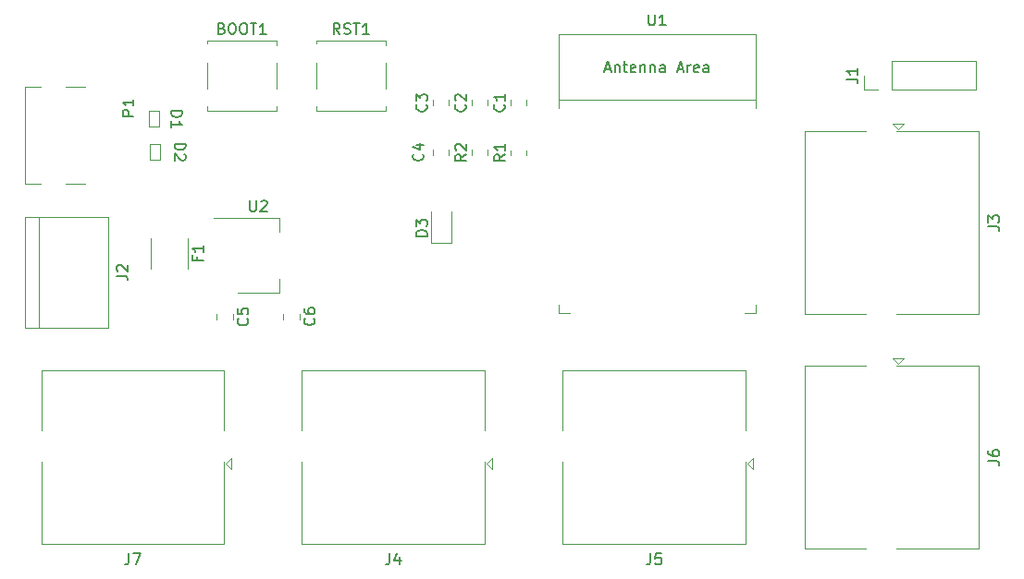
<source format=gbr>
%TF.GenerationSoftware,KiCad,Pcbnew,6.0.9+dfsg-1~bpo11+1*%
%TF.CreationDate,2022-12-30T22:29:48-06:00*%
%TF.ProjectId,Modular,4d6f6475-6c61-4722-9e6b-696361645f70,rev?*%
%TF.SameCoordinates,Original*%
%TF.FileFunction,Legend,Top*%
%TF.FilePolarity,Positive*%
%FSLAX46Y46*%
G04 Gerber Fmt 4.6, Leading zero omitted, Abs format (unit mm)*
G04 Created by KiCad (PCBNEW 6.0.9+dfsg-1~bpo11+1) date 2022-12-30 22:29:48*
%MOMM*%
%LPD*%
G01*
G04 APERTURE LIST*
%ADD10C,0.150000*%
%ADD11C,0.120000*%
G04 APERTURE END LIST*
D10*
%TO.C,RST1*%
X110976190Y-106212380D02*
X110642857Y-105736190D01*
X110404761Y-106212380D02*
X110404761Y-105212380D01*
X110785714Y-105212380D01*
X110880952Y-105260000D01*
X110928571Y-105307619D01*
X110976190Y-105402857D01*
X110976190Y-105545714D01*
X110928571Y-105640952D01*
X110880952Y-105688571D01*
X110785714Y-105736190D01*
X110404761Y-105736190D01*
X111357142Y-106164761D02*
X111500000Y-106212380D01*
X111738095Y-106212380D01*
X111833333Y-106164761D01*
X111880952Y-106117142D01*
X111928571Y-106021904D01*
X111928571Y-105926666D01*
X111880952Y-105831428D01*
X111833333Y-105783809D01*
X111738095Y-105736190D01*
X111547619Y-105688571D01*
X111452380Y-105640952D01*
X111404761Y-105593333D01*
X111357142Y-105498095D01*
X111357142Y-105402857D01*
X111404761Y-105307619D01*
X111452380Y-105260000D01*
X111547619Y-105212380D01*
X111785714Y-105212380D01*
X111928571Y-105260000D01*
X112214285Y-105212380D02*
X112785714Y-105212380D01*
X112500000Y-106212380D02*
X112500000Y-105212380D01*
X113642857Y-106212380D02*
X113071428Y-106212380D01*
X113357142Y-106212380D02*
X113357142Y-105212380D01*
X113261904Y-105355238D01*
X113166666Y-105450476D01*
X113071428Y-105498095D01*
%TO.C,U1*%
X139238095Y-104402380D02*
X139238095Y-105211904D01*
X139285714Y-105307142D01*
X139333333Y-105354761D01*
X139428571Y-105402380D01*
X139619047Y-105402380D01*
X139714285Y-105354761D01*
X139761904Y-105307142D01*
X139809523Y-105211904D01*
X139809523Y-104402380D01*
X140809523Y-105402380D02*
X140238095Y-105402380D01*
X140523809Y-105402380D02*
X140523809Y-104402380D01*
X140428571Y-104545238D01*
X140333333Y-104640476D01*
X140238095Y-104688095D01*
X135238095Y-109416666D02*
X135714285Y-109416666D01*
X135142857Y-109702380D02*
X135476190Y-108702380D01*
X135809523Y-109702380D01*
X136142857Y-109035714D02*
X136142857Y-109702380D01*
X136142857Y-109130952D02*
X136190476Y-109083333D01*
X136285714Y-109035714D01*
X136428571Y-109035714D01*
X136523809Y-109083333D01*
X136571428Y-109178571D01*
X136571428Y-109702380D01*
X136904761Y-109035714D02*
X137285714Y-109035714D01*
X137047619Y-108702380D02*
X137047619Y-109559523D01*
X137095238Y-109654761D01*
X137190476Y-109702380D01*
X137285714Y-109702380D01*
X138000000Y-109654761D02*
X137904761Y-109702380D01*
X137714285Y-109702380D01*
X137619047Y-109654761D01*
X137571428Y-109559523D01*
X137571428Y-109178571D01*
X137619047Y-109083333D01*
X137714285Y-109035714D01*
X137904761Y-109035714D01*
X138000000Y-109083333D01*
X138047619Y-109178571D01*
X138047619Y-109273809D01*
X137571428Y-109369047D01*
X138476190Y-109035714D02*
X138476190Y-109702380D01*
X138476190Y-109130952D02*
X138523809Y-109083333D01*
X138619047Y-109035714D01*
X138761904Y-109035714D01*
X138857142Y-109083333D01*
X138904761Y-109178571D01*
X138904761Y-109702380D01*
X139380952Y-109035714D02*
X139380952Y-109702380D01*
X139380952Y-109130952D02*
X139428571Y-109083333D01*
X139523809Y-109035714D01*
X139666666Y-109035714D01*
X139761904Y-109083333D01*
X139809523Y-109178571D01*
X139809523Y-109702380D01*
X140714285Y-109702380D02*
X140714285Y-109178571D01*
X140666666Y-109083333D01*
X140571428Y-109035714D01*
X140380952Y-109035714D01*
X140285714Y-109083333D01*
X140714285Y-109654761D02*
X140619047Y-109702380D01*
X140380952Y-109702380D01*
X140285714Y-109654761D01*
X140238095Y-109559523D01*
X140238095Y-109464285D01*
X140285714Y-109369047D01*
X140380952Y-109321428D01*
X140619047Y-109321428D01*
X140714285Y-109273809D01*
X141904761Y-109416666D02*
X142380952Y-109416666D01*
X141809523Y-109702380D02*
X142142857Y-108702380D01*
X142476190Y-109702380D01*
X142809523Y-109702380D02*
X142809523Y-109035714D01*
X142809523Y-109226190D02*
X142857142Y-109130952D01*
X142904761Y-109083333D01*
X143000000Y-109035714D01*
X143095238Y-109035714D01*
X143809523Y-109654761D02*
X143714285Y-109702380D01*
X143523809Y-109702380D01*
X143428571Y-109654761D01*
X143380952Y-109559523D01*
X143380952Y-109178571D01*
X143428571Y-109083333D01*
X143523809Y-109035714D01*
X143714285Y-109035714D01*
X143809523Y-109083333D01*
X143857142Y-109178571D01*
X143857142Y-109273809D01*
X143380952Y-109369047D01*
X144714285Y-109702380D02*
X144714285Y-109178571D01*
X144666666Y-109083333D01*
X144571428Y-109035714D01*
X144380952Y-109035714D01*
X144285714Y-109083333D01*
X144714285Y-109654761D02*
X144619047Y-109702380D01*
X144380952Y-109702380D01*
X144285714Y-109654761D01*
X144238095Y-109559523D01*
X144238095Y-109464285D01*
X144285714Y-109369047D01*
X144380952Y-109321428D01*
X144619047Y-109321428D01*
X144714285Y-109273809D01*
%TO.C,U2*%
X102738095Y-121452380D02*
X102738095Y-122261904D01*
X102785714Y-122357142D01*
X102833333Y-122404761D01*
X102928571Y-122452380D01*
X103119047Y-122452380D01*
X103214285Y-122404761D01*
X103261904Y-122357142D01*
X103309523Y-122261904D01*
X103309523Y-121452380D01*
X103738095Y-121547619D02*
X103785714Y-121500000D01*
X103880952Y-121452380D01*
X104119047Y-121452380D01*
X104214285Y-121500000D01*
X104261904Y-121547619D01*
X104309523Y-121642857D01*
X104309523Y-121738095D01*
X104261904Y-121880952D01*
X103690476Y-122452380D01*
X104309523Y-122452380D01*
%TO.C,R1*%
X126102380Y-117246666D02*
X125626190Y-117580000D01*
X126102380Y-117818095D02*
X125102380Y-117818095D01*
X125102380Y-117437142D01*
X125150000Y-117341904D01*
X125197619Y-117294285D01*
X125292857Y-117246666D01*
X125435714Y-117246666D01*
X125530952Y-117294285D01*
X125578571Y-117341904D01*
X125626190Y-117437142D01*
X125626190Y-117818095D01*
X126102380Y-116294285D02*
X126102380Y-116865714D01*
X126102380Y-116580000D02*
X125102380Y-116580000D01*
X125245238Y-116675238D01*
X125340476Y-116770476D01*
X125388095Y-116865714D01*
%TO.C,BOOT1*%
X100166666Y-105688571D02*
X100309523Y-105736190D01*
X100357142Y-105783809D01*
X100404761Y-105879047D01*
X100404761Y-106021904D01*
X100357142Y-106117142D01*
X100309523Y-106164761D01*
X100214285Y-106212380D01*
X99833333Y-106212380D01*
X99833333Y-105212380D01*
X100166666Y-105212380D01*
X100261904Y-105260000D01*
X100309523Y-105307619D01*
X100357142Y-105402857D01*
X100357142Y-105498095D01*
X100309523Y-105593333D01*
X100261904Y-105640952D01*
X100166666Y-105688571D01*
X99833333Y-105688571D01*
X101023809Y-105212380D02*
X101214285Y-105212380D01*
X101309523Y-105260000D01*
X101404761Y-105355238D01*
X101452380Y-105545714D01*
X101452380Y-105879047D01*
X101404761Y-106069523D01*
X101309523Y-106164761D01*
X101214285Y-106212380D01*
X101023809Y-106212380D01*
X100928571Y-106164761D01*
X100833333Y-106069523D01*
X100785714Y-105879047D01*
X100785714Y-105545714D01*
X100833333Y-105355238D01*
X100928571Y-105260000D01*
X101023809Y-105212380D01*
X102071428Y-105212380D02*
X102261904Y-105212380D01*
X102357142Y-105260000D01*
X102452380Y-105355238D01*
X102500000Y-105545714D01*
X102500000Y-105879047D01*
X102452380Y-106069523D01*
X102357142Y-106164761D01*
X102261904Y-106212380D01*
X102071428Y-106212380D01*
X101976190Y-106164761D01*
X101880952Y-106069523D01*
X101833333Y-105879047D01*
X101833333Y-105545714D01*
X101880952Y-105355238D01*
X101976190Y-105260000D01*
X102071428Y-105212380D01*
X102785714Y-105212380D02*
X103357142Y-105212380D01*
X103071428Y-106212380D02*
X103071428Y-105212380D01*
X104214285Y-106212380D02*
X103642857Y-106212380D01*
X103928571Y-106212380D02*
X103928571Y-105212380D01*
X103833333Y-105355238D01*
X103738095Y-105450476D01*
X103642857Y-105498095D01*
%TO.C,J5*%
X139416666Y-153827380D02*
X139416666Y-154541666D01*
X139369047Y-154684523D01*
X139273809Y-154779761D01*
X139130952Y-154827380D01*
X139035714Y-154827380D01*
X140369047Y-153827380D02*
X139892857Y-153827380D01*
X139845238Y-154303571D01*
X139892857Y-154255952D01*
X139988095Y-154208333D01*
X140226190Y-154208333D01*
X140321428Y-154255952D01*
X140369047Y-154303571D01*
X140416666Y-154398809D01*
X140416666Y-154636904D01*
X140369047Y-154732142D01*
X140321428Y-154779761D01*
X140226190Y-154827380D01*
X139988095Y-154827380D01*
X139892857Y-154779761D01*
X139845238Y-154732142D01*
%TO.C,P1*%
X92086380Y-113708095D02*
X91086380Y-113708095D01*
X91086380Y-113327142D01*
X91134000Y-113231904D01*
X91181619Y-113184285D01*
X91276857Y-113136666D01*
X91419714Y-113136666D01*
X91514952Y-113184285D01*
X91562571Y-113231904D01*
X91610190Y-113327142D01*
X91610190Y-113708095D01*
X92086380Y-112184285D02*
X92086380Y-112755714D01*
X92086380Y-112470000D02*
X91086380Y-112470000D01*
X91229238Y-112565238D01*
X91324476Y-112660476D01*
X91372095Y-112755714D01*
%TO.C,D2*%
X95847619Y-116261904D02*
X96847619Y-116261904D01*
X96847619Y-116500000D01*
X96800000Y-116642857D01*
X96704761Y-116738095D01*
X96609523Y-116785714D01*
X96419047Y-116833333D01*
X96276190Y-116833333D01*
X96085714Y-116785714D01*
X95990476Y-116738095D01*
X95895238Y-116642857D01*
X95847619Y-116500000D01*
X95847619Y-116261904D01*
X96752380Y-117214285D02*
X96800000Y-117261904D01*
X96847619Y-117357142D01*
X96847619Y-117595238D01*
X96800000Y-117690476D01*
X96752380Y-117738095D01*
X96657142Y-117785714D01*
X96561904Y-117785714D01*
X96419047Y-117738095D01*
X95847619Y-117166666D01*
X95847619Y-117785714D01*
%TO.C,F1*%
X97928571Y-126633333D02*
X97928571Y-126966666D01*
X98452380Y-126966666D02*
X97452380Y-126966666D01*
X97452380Y-126490476D01*
X98452380Y-125585714D02*
X98452380Y-126157142D01*
X98452380Y-125871428D02*
X97452380Y-125871428D01*
X97595238Y-125966666D01*
X97690476Y-126061904D01*
X97738095Y-126157142D01*
%TO.C,J6*%
X170327380Y-145333333D02*
X171041666Y-145333333D01*
X171184523Y-145380952D01*
X171279761Y-145476190D01*
X171327380Y-145619047D01*
X171327380Y-145714285D01*
X170327380Y-144428571D02*
X170327380Y-144619047D01*
X170375000Y-144714285D01*
X170422619Y-144761904D01*
X170565476Y-144857142D01*
X170755952Y-144904761D01*
X171136904Y-144904761D01*
X171232142Y-144857142D01*
X171279761Y-144809523D01*
X171327380Y-144714285D01*
X171327380Y-144523809D01*
X171279761Y-144428571D01*
X171232142Y-144380952D01*
X171136904Y-144333333D01*
X170898809Y-144333333D01*
X170803571Y-144380952D01*
X170755952Y-144428571D01*
X170708333Y-144523809D01*
X170708333Y-144714285D01*
X170755952Y-144809523D01*
X170803571Y-144857142D01*
X170898809Y-144904761D01*
%TO.C,J2*%
X90532380Y-128373333D02*
X91246666Y-128373333D01*
X91389523Y-128420952D01*
X91484761Y-128516190D01*
X91532380Y-128659047D01*
X91532380Y-128754285D01*
X90627619Y-127944761D02*
X90580000Y-127897142D01*
X90532380Y-127801904D01*
X90532380Y-127563809D01*
X90580000Y-127468571D01*
X90627619Y-127420952D01*
X90722857Y-127373333D01*
X90818095Y-127373333D01*
X90960952Y-127420952D01*
X91532380Y-127992380D01*
X91532380Y-127373333D01*
%TO.C,C3*%
X118865142Y-112666666D02*
X118912761Y-112714285D01*
X118960380Y-112857142D01*
X118960380Y-112952380D01*
X118912761Y-113095238D01*
X118817523Y-113190476D01*
X118722285Y-113238095D01*
X118531809Y-113285714D01*
X118388952Y-113285714D01*
X118198476Y-113238095D01*
X118103238Y-113190476D01*
X118008000Y-113095238D01*
X117960380Y-112952380D01*
X117960380Y-112857142D01*
X118008000Y-112714285D01*
X118055619Y-112666666D01*
X117960380Y-112333333D02*
X117960380Y-111714285D01*
X118341333Y-112047619D01*
X118341333Y-111904761D01*
X118388952Y-111809523D01*
X118436571Y-111761904D01*
X118531809Y-111714285D01*
X118769904Y-111714285D01*
X118865142Y-111761904D01*
X118912761Y-111809523D01*
X118960380Y-111904761D01*
X118960380Y-112190476D01*
X118912761Y-112285714D01*
X118865142Y-112333333D01*
%TO.C,C6*%
X108585142Y-132254666D02*
X108632761Y-132302285D01*
X108680380Y-132445142D01*
X108680380Y-132540380D01*
X108632761Y-132683238D01*
X108537523Y-132778476D01*
X108442285Y-132826095D01*
X108251809Y-132873714D01*
X108108952Y-132873714D01*
X107918476Y-132826095D01*
X107823238Y-132778476D01*
X107728000Y-132683238D01*
X107680380Y-132540380D01*
X107680380Y-132445142D01*
X107728000Y-132302285D01*
X107775619Y-132254666D01*
X107680380Y-131397523D02*
X107680380Y-131588000D01*
X107728000Y-131683238D01*
X107775619Y-131730857D01*
X107918476Y-131826095D01*
X108108952Y-131873714D01*
X108489904Y-131873714D01*
X108585142Y-131826095D01*
X108632761Y-131778476D01*
X108680380Y-131683238D01*
X108680380Y-131492761D01*
X108632761Y-131397523D01*
X108585142Y-131349904D01*
X108489904Y-131302285D01*
X108251809Y-131302285D01*
X108156571Y-131349904D01*
X108108952Y-131397523D01*
X108061333Y-131492761D01*
X108061333Y-131683238D01*
X108108952Y-131778476D01*
X108156571Y-131826095D01*
X108251809Y-131873714D01*
%TO.C,C5*%
X102489142Y-132276166D02*
X102536761Y-132323785D01*
X102584380Y-132466642D01*
X102584380Y-132561880D01*
X102536761Y-132704738D01*
X102441523Y-132799976D01*
X102346285Y-132847595D01*
X102155809Y-132895214D01*
X102012952Y-132895214D01*
X101822476Y-132847595D01*
X101727238Y-132799976D01*
X101632000Y-132704738D01*
X101584380Y-132561880D01*
X101584380Y-132466642D01*
X101632000Y-132323785D01*
X101679619Y-132276166D01*
X101584380Y-131371404D02*
X101584380Y-131847595D01*
X102060571Y-131895214D01*
X102012952Y-131847595D01*
X101965333Y-131752357D01*
X101965333Y-131514261D01*
X102012952Y-131419023D01*
X102060571Y-131371404D01*
X102155809Y-131323785D01*
X102393904Y-131323785D01*
X102489142Y-131371404D01*
X102536761Y-131419023D01*
X102584380Y-131514261D01*
X102584380Y-131752357D01*
X102536761Y-131847595D01*
X102489142Y-131895214D01*
%TO.C,J4*%
X115541666Y-153827380D02*
X115541666Y-154541666D01*
X115494047Y-154684523D01*
X115398809Y-154779761D01*
X115255952Y-154827380D01*
X115160714Y-154827380D01*
X116446428Y-154160714D02*
X116446428Y-154827380D01*
X116208333Y-153779761D02*
X115970238Y-154494047D01*
X116589285Y-154494047D01*
%TO.C,J7*%
X91666666Y-153827380D02*
X91666666Y-154541666D01*
X91619047Y-154684523D01*
X91523809Y-154779761D01*
X91380952Y-154827380D01*
X91285714Y-154827380D01*
X92047619Y-153827380D02*
X92714285Y-153827380D01*
X92285714Y-154827380D01*
%TO.C,D3*%
X118952380Y-124738095D02*
X117952380Y-124738095D01*
X117952380Y-124500000D01*
X118000000Y-124357142D01*
X118095238Y-124261904D01*
X118190476Y-124214285D01*
X118380952Y-124166666D01*
X118523809Y-124166666D01*
X118714285Y-124214285D01*
X118809523Y-124261904D01*
X118904761Y-124357142D01*
X118952380Y-124500000D01*
X118952380Y-124738095D01*
X117952380Y-123833333D02*
X117952380Y-123214285D01*
X118333333Y-123547619D01*
X118333333Y-123404761D01*
X118380952Y-123309523D01*
X118428571Y-123261904D01*
X118523809Y-123214285D01*
X118761904Y-123214285D01*
X118857142Y-123261904D01*
X118904761Y-123309523D01*
X118952380Y-123404761D01*
X118952380Y-123690476D01*
X118904761Y-123785714D01*
X118857142Y-123833333D01*
%TO.C,C4*%
X118541142Y-117190666D02*
X118588761Y-117238285D01*
X118636380Y-117381142D01*
X118636380Y-117476380D01*
X118588761Y-117619238D01*
X118493523Y-117714476D01*
X118398285Y-117762095D01*
X118207809Y-117809714D01*
X118064952Y-117809714D01*
X117874476Y-117762095D01*
X117779238Y-117714476D01*
X117684000Y-117619238D01*
X117636380Y-117476380D01*
X117636380Y-117381142D01*
X117684000Y-117238285D01*
X117731619Y-117190666D01*
X117969714Y-116333523D02*
X118636380Y-116333523D01*
X117588761Y-116571619D02*
X118303047Y-116809714D01*
X118303047Y-116190666D01*
%TO.C,D1*%
X95547619Y-113261904D02*
X96547619Y-113261904D01*
X96547619Y-113500000D01*
X96500000Y-113642857D01*
X96404761Y-113738095D01*
X96309523Y-113785714D01*
X96119047Y-113833333D01*
X95976190Y-113833333D01*
X95785714Y-113785714D01*
X95690476Y-113738095D01*
X95595238Y-113642857D01*
X95547619Y-113500000D01*
X95547619Y-113261904D01*
X95547619Y-114785714D02*
X95547619Y-114214285D01*
X95547619Y-114500000D02*
X96547619Y-114500000D01*
X96404761Y-114404761D01*
X96309523Y-114309523D01*
X96261904Y-114214285D01*
%TO.C,C1*%
X125977142Y-112666666D02*
X126024761Y-112714285D01*
X126072380Y-112857142D01*
X126072380Y-112952380D01*
X126024761Y-113095238D01*
X125929523Y-113190476D01*
X125834285Y-113238095D01*
X125643809Y-113285714D01*
X125500952Y-113285714D01*
X125310476Y-113238095D01*
X125215238Y-113190476D01*
X125120000Y-113095238D01*
X125072380Y-112952380D01*
X125072380Y-112857142D01*
X125120000Y-112714285D01*
X125167619Y-112666666D01*
X126072380Y-111714285D02*
X126072380Y-112285714D01*
X126072380Y-112000000D02*
X125072380Y-112000000D01*
X125215238Y-112095238D01*
X125310476Y-112190476D01*
X125358095Y-112285714D01*
%TO.C,C2*%
X122421142Y-112666666D02*
X122468761Y-112714285D01*
X122516380Y-112857142D01*
X122516380Y-112952380D01*
X122468761Y-113095238D01*
X122373523Y-113190476D01*
X122278285Y-113238095D01*
X122087809Y-113285714D01*
X121944952Y-113285714D01*
X121754476Y-113238095D01*
X121659238Y-113190476D01*
X121564000Y-113095238D01*
X121516380Y-112952380D01*
X121516380Y-112857142D01*
X121564000Y-112714285D01*
X121611619Y-112666666D01*
X121611619Y-112285714D02*
X121564000Y-112238095D01*
X121516380Y-112142857D01*
X121516380Y-111904761D01*
X121564000Y-111809523D01*
X121611619Y-111761904D01*
X121706857Y-111714285D01*
X121802095Y-111714285D01*
X121944952Y-111761904D01*
X122516380Y-112333333D01*
X122516380Y-111714285D01*
%TO.C,J1*%
X157372380Y-110333333D02*
X158086666Y-110333333D01*
X158229523Y-110380952D01*
X158324761Y-110476190D01*
X158372380Y-110619047D01*
X158372380Y-110714285D01*
X158372380Y-109333333D02*
X158372380Y-109904761D01*
X158372380Y-109619047D02*
X157372380Y-109619047D01*
X157515238Y-109714285D01*
X157610476Y-109809523D01*
X157658095Y-109904761D01*
%TO.C,J3*%
X170327380Y-123833333D02*
X171041666Y-123833333D01*
X171184523Y-123880952D01*
X171279761Y-123976190D01*
X171327380Y-124119047D01*
X171327380Y-124214285D01*
X170327380Y-123452380D02*
X170327380Y-122833333D01*
X170708333Y-123166666D01*
X170708333Y-123023809D01*
X170755952Y-122928571D01*
X170803571Y-122880952D01*
X170898809Y-122833333D01*
X171136904Y-122833333D01*
X171232142Y-122880952D01*
X171279761Y-122928571D01*
X171327380Y-123023809D01*
X171327380Y-123309523D01*
X171279761Y-123404761D01*
X171232142Y-123452380D01*
%TO.C,R2*%
X122546380Y-117230666D02*
X122070190Y-117564000D01*
X122546380Y-117802095D02*
X121546380Y-117802095D01*
X121546380Y-117421142D01*
X121594000Y-117325904D01*
X121641619Y-117278285D01*
X121736857Y-117230666D01*
X121879714Y-117230666D01*
X121974952Y-117278285D01*
X122022571Y-117325904D01*
X122070190Y-117421142D01*
X122070190Y-117802095D01*
X121641619Y-116849714D02*
X121594000Y-116802095D01*
X121546380Y-116706857D01*
X121546380Y-116468761D01*
X121594000Y-116373523D01*
X121641619Y-116325904D01*
X121736857Y-116278285D01*
X121832095Y-116278285D01*
X121974952Y-116325904D01*
X122546380Y-116897333D01*
X122546380Y-116278285D01*
D11*
%TO.C,RST1*%
X115210000Y-113210000D02*
X115210000Y-112800000D01*
X108790000Y-113210000D02*
X115210000Y-113210000D01*
X115210000Y-107200000D02*
X115210000Y-106790000D01*
X108790000Y-112800000D02*
X108790000Y-113210000D01*
X115210000Y-106790000D02*
X108790000Y-106790000D01*
X108790000Y-106790000D02*
X108790000Y-107070000D01*
X108790000Y-108800000D02*
X108790000Y-111200000D01*
X115210000Y-111200000D02*
X115210000Y-108800000D01*
%TO.C,U1*%
X149000000Y-112190000D02*
X131000000Y-112190000D01*
X131000000Y-106250000D02*
X131000000Y-113000000D01*
X149000000Y-106250000D02*
X149000000Y-113000000D01*
X131000000Y-106250000D02*
X149000000Y-106250000D01*
X149000000Y-131750000D02*
X148000000Y-131750000D01*
X131000000Y-131750000D02*
X132000000Y-131750000D01*
X131000000Y-131000000D02*
X131000000Y-131750000D01*
X149000000Y-131000000D02*
X149000000Y-131750000D01*
%TO.C,U2*%
X105410000Y-123090000D02*
X105410000Y-124350000D01*
X99400000Y-123090000D02*
X105410000Y-123090000D01*
X105410000Y-129910000D02*
X105410000Y-128650000D01*
X101650000Y-129910000D02*
X105410000Y-129910000D01*
%TO.C,R1*%
X126565000Y-117307064D02*
X126565000Y-116852936D01*
X128035000Y-117307064D02*
X128035000Y-116852936D01*
%TO.C,BOOT1*%
X98790000Y-108800000D02*
X98790000Y-111200000D01*
X98790000Y-113210000D02*
X105210000Y-113210000D01*
X105210000Y-106790000D02*
X98790000Y-106790000D01*
X98790000Y-112800000D02*
X98790000Y-113210000D01*
X105210000Y-111200000D02*
X105210000Y-108800000D01*
X105210000Y-113210000D02*
X105210000Y-112800000D01*
X98790000Y-106790000D02*
X98790000Y-107070000D01*
X105210000Y-107200000D02*
X105210000Y-106790000D01*
%TO.C,J5*%
X148115000Y-152985000D02*
X148115000Y-145375000D01*
X148810000Y-145075000D02*
X148810000Y-146075000D01*
X148810000Y-146075000D02*
X148310000Y-145575000D01*
X148310000Y-145575000D02*
X148810000Y-145075000D01*
X148115000Y-152985000D02*
X131385000Y-152985000D01*
X148115000Y-137015000D02*
X131385000Y-137015000D01*
X148115000Y-137015000D02*
X148115000Y-142575000D01*
X131385000Y-137015000D02*
X131385000Y-142575000D01*
X131385000Y-152985000D02*
X131385000Y-145375000D01*
%TO.C,P1*%
X82160000Y-111030000D02*
X83620000Y-111030000D01*
X82160000Y-119970000D02*
X83620000Y-119970000D01*
X87670000Y-119970000D02*
X85870000Y-119970000D01*
X82160000Y-119970000D02*
X82160000Y-111030000D01*
X87670000Y-111030000D02*
X85870000Y-111030000D01*
%TO.C,D2*%
X94500000Y-116300000D02*
X93550000Y-116300000D01*
X93550000Y-116300000D02*
X93550000Y-117750000D01*
X93550000Y-117750000D02*
X94500000Y-117750000D01*
X94500000Y-117750000D02*
X94500000Y-116300000D01*
%TO.C,F1*%
X97060000Y-124913748D02*
X97060000Y-127686252D01*
X93640000Y-124913748D02*
X93640000Y-127686252D01*
%TO.C,J6*%
X169485000Y-153365000D02*
X161875000Y-153365000D01*
X153515000Y-153365000D02*
X159075000Y-153365000D01*
X161575000Y-135940000D02*
X162575000Y-135940000D01*
X153515000Y-136635000D02*
X159075000Y-136635000D01*
X162075000Y-136440000D02*
X161575000Y-135940000D01*
X169485000Y-136635000D02*
X169485000Y-153365000D01*
X162575000Y-135940000D02*
X162075000Y-136440000D01*
X169485000Y-136635000D02*
X161875000Y-136635000D01*
X153515000Y-136635000D02*
X153515000Y-153365000D01*
%TO.C,J2*%
X89810000Y-133120000D02*
X89810000Y-122960000D01*
X82190000Y-133120000D02*
X89810000Y-133120000D01*
X89810000Y-122960000D02*
X82190000Y-122960000D01*
X83460000Y-133120000D02*
X83460000Y-122960000D01*
X82190000Y-122960000D02*
X82190000Y-133120000D01*
%TO.C,C3*%
X119453000Y-112761252D02*
X119453000Y-112238748D01*
X120923000Y-112761252D02*
X120923000Y-112238748D01*
%TO.C,C6*%
X107283000Y-131826748D02*
X107283000Y-132349252D01*
X105813000Y-131826748D02*
X105813000Y-132349252D01*
%TO.C,C5*%
X99717000Y-131848248D02*
X99717000Y-132370752D01*
X101187000Y-131848248D02*
X101187000Y-132370752D01*
%TO.C,J4*%
X124435000Y-145575000D02*
X124935000Y-145075000D01*
X107510000Y-137015000D02*
X107510000Y-142575000D01*
X124240000Y-137015000D02*
X107510000Y-137015000D01*
X124935000Y-146075000D02*
X124435000Y-145575000D01*
X124935000Y-145075000D02*
X124935000Y-146075000D01*
X107510000Y-152985000D02*
X107510000Y-145375000D01*
X124240000Y-137015000D02*
X124240000Y-142575000D01*
X124240000Y-152985000D02*
X124240000Y-145375000D01*
X124240000Y-152985000D02*
X107510000Y-152985000D01*
%TO.C,J7*%
X101060000Y-145075000D02*
X101060000Y-146075000D01*
X100365000Y-137015000D02*
X83635000Y-137015000D01*
X100365000Y-152985000D02*
X100365000Y-145375000D01*
X100365000Y-137015000D02*
X100365000Y-142575000D01*
X101060000Y-146075000D02*
X100560000Y-145575000D01*
X83635000Y-152985000D02*
X83635000Y-145375000D01*
X83635000Y-137015000D02*
X83635000Y-142575000D01*
X100365000Y-152985000D02*
X83635000Y-152985000D01*
X100560000Y-145575000D02*
X101060000Y-145075000D01*
%TO.C,D3*%
X119290000Y-125360000D02*
X121210000Y-125360000D01*
X119290000Y-122500000D02*
X119290000Y-125360000D01*
X121210000Y-125360000D02*
X121210000Y-122500000D01*
%TO.C,C4*%
X119453000Y-116802748D02*
X119453000Y-117325252D01*
X120923000Y-116802748D02*
X120923000Y-117325252D01*
%TO.C,D1*%
X93500000Y-114700000D02*
X94450000Y-114700000D01*
X94450000Y-114700000D02*
X94450000Y-113250000D01*
X94450000Y-113250000D02*
X93500000Y-113250000D01*
X93500000Y-113250000D02*
X93500000Y-114700000D01*
%TO.C,C1*%
X126565000Y-112761252D02*
X126565000Y-112238748D01*
X128035000Y-112761252D02*
X128035000Y-112238748D01*
%TO.C,C2*%
X124479000Y-112761252D02*
X124479000Y-112238748D01*
X123009000Y-112761252D02*
X123009000Y-112238748D01*
%TO.C,J1*%
X160250000Y-111330000D02*
X158920000Y-111330000D01*
X158920000Y-111330000D02*
X158920000Y-110000000D01*
X169200000Y-111330000D02*
X169200000Y-108670000D01*
X161520000Y-111330000D02*
X161520000Y-108670000D01*
X161520000Y-111330000D02*
X169200000Y-111330000D01*
X161520000Y-108670000D02*
X169200000Y-108670000D01*
%TO.C,J3*%
X169485000Y-131865000D02*
X161875000Y-131865000D01*
X169485000Y-115135000D02*
X169485000Y-131865000D01*
X162075000Y-114940000D02*
X161575000Y-114440000D01*
X161575000Y-114440000D02*
X162575000Y-114440000D01*
X153515000Y-115135000D02*
X153515000Y-131865000D01*
X153515000Y-131865000D02*
X159075000Y-131865000D01*
X169485000Y-115135000D02*
X161875000Y-115135000D01*
X153515000Y-115135000D02*
X159075000Y-115135000D01*
X162575000Y-114440000D02*
X162075000Y-114940000D01*
%TO.C,R2*%
X124479000Y-117291064D02*
X124479000Y-116836936D01*
X123009000Y-117291064D02*
X123009000Y-116836936D01*
%TD*%
M02*

</source>
